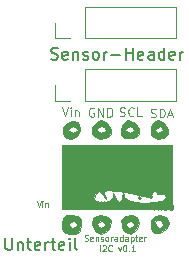
<source format=gbr>
G04 #@! TF.GenerationSoftware,KiCad,Pcbnew,(5.1.8)-1*
G04 #@! TF.CreationDate,2021-02-09T21:39:22+01:00*
G04 #@! TF.ProjectId,sensor_u,73656e73-6f72-45f7-952e-6b696361645f,rev?*
G04 #@! TF.SameCoordinates,Original*
G04 #@! TF.FileFunction,Legend,Top*
G04 #@! TF.FilePolarity,Positive*
%FSLAX46Y46*%
G04 Gerber Fmt 4.6, Leading zero omitted, Abs format (unit mm)*
G04 Created by KiCad (PCBNEW (5.1.8)-1) date 2021-02-09 21:39:22*
%MOMM*%
%LPD*%
G01*
G04 APERTURE LIST*
%ADD10C,0.100000*%
%ADD11C,0.125000*%
%ADD12C,0.150000*%
%ADD13C,0.010000*%
%ADD14C,0.120000*%
G04 APERTURE END LIST*
D10*
X73054085Y-76554371D02*
X73161228Y-76590085D01*
X73339800Y-76590085D01*
X73411228Y-76554371D01*
X73446942Y-76518657D01*
X73482657Y-76447228D01*
X73482657Y-76375800D01*
X73446942Y-76304371D01*
X73411228Y-76268657D01*
X73339800Y-76232942D01*
X73196942Y-76197228D01*
X73125514Y-76161514D01*
X73089800Y-76125800D01*
X73054085Y-76054371D01*
X73054085Y-75982942D01*
X73089800Y-75911514D01*
X73125514Y-75875800D01*
X73196942Y-75840085D01*
X73375514Y-75840085D01*
X73482657Y-75875800D01*
X73804085Y-76590085D02*
X73804085Y-75840085D01*
X73982657Y-75840085D01*
X74089800Y-75875800D01*
X74161228Y-75947228D01*
X74196942Y-76018657D01*
X74232657Y-76161514D01*
X74232657Y-76268657D01*
X74196942Y-76411514D01*
X74161228Y-76482942D01*
X74089800Y-76554371D01*
X73982657Y-76590085D01*
X73804085Y-76590085D01*
X74518371Y-76375800D02*
X74875514Y-76375800D01*
X74446942Y-76590085D02*
X74696942Y-75840085D01*
X74946942Y-76590085D01*
X70430342Y-76452771D02*
X70537485Y-76488485D01*
X70716057Y-76488485D01*
X70787485Y-76452771D01*
X70823200Y-76417057D01*
X70858914Y-76345628D01*
X70858914Y-76274200D01*
X70823200Y-76202771D01*
X70787485Y-76167057D01*
X70716057Y-76131342D01*
X70573200Y-76095628D01*
X70501771Y-76059914D01*
X70466057Y-76024200D01*
X70430342Y-75952771D01*
X70430342Y-75881342D01*
X70466057Y-75809914D01*
X70501771Y-75774200D01*
X70573200Y-75738485D01*
X70751771Y-75738485D01*
X70858914Y-75774200D01*
X71608914Y-76417057D02*
X71573200Y-76452771D01*
X71466057Y-76488485D01*
X71394628Y-76488485D01*
X71287485Y-76452771D01*
X71216057Y-76381342D01*
X71180342Y-76309914D01*
X71144628Y-76167057D01*
X71144628Y-76059914D01*
X71180342Y-75917057D01*
X71216057Y-75845628D01*
X71287485Y-75774200D01*
X71394628Y-75738485D01*
X71466057Y-75738485D01*
X71573200Y-75774200D01*
X71608914Y-75809914D01*
X72287485Y-76488485D02*
X71930342Y-76488485D01*
X71930342Y-75738485D01*
X68237171Y-75825000D02*
X68165742Y-75789285D01*
X68058600Y-75789285D01*
X67951457Y-75825000D01*
X67880028Y-75896428D01*
X67844314Y-75967857D01*
X67808600Y-76110714D01*
X67808600Y-76217857D01*
X67844314Y-76360714D01*
X67880028Y-76432142D01*
X67951457Y-76503571D01*
X68058600Y-76539285D01*
X68130028Y-76539285D01*
X68237171Y-76503571D01*
X68272885Y-76467857D01*
X68272885Y-76217857D01*
X68130028Y-76217857D01*
X68594314Y-76539285D02*
X68594314Y-75789285D01*
X69022885Y-76539285D01*
X69022885Y-75789285D01*
X69380028Y-76539285D02*
X69380028Y-75789285D01*
X69558600Y-75789285D01*
X69665742Y-75825000D01*
X69737171Y-75896428D01*
X69772885Y-75967857D01*
X69808600Y-76110714D01*
X69808600Y-76217857D01*
X69772885Y-76360714D01*
X69737171Y-76432142D01*
X69665742Y-76503571D01*
X69558600Y-76539285D01*
X69380028Y-76539285D01*
X65526142Y-75738485D02*
X65776142Y-76488485D01*
X66026142Y-75738485D01*
X66276142Y-76488485D02*
X66276142Y-75988485D01*
X66276142Y-75738485D02*
X66240428Y-75774200D01*
X66276142Y-75809914D01*
X66311857Y-75774200D01*
X66276142Y-75738485D01*
X66276142Y-75809914D01*
X66633285Y-75988485D02*
X66633285Y-76488485D01*
X66633285Y-76059914D02*
X66669000Y-76024200D01*
X66740428Y-75988485D01*
X66847571Y-75988485D01*
X66919000Y-76024200D01*
X66954714Y-76095628D01*
X66954714Y-76488485D01*
X68580047Y-83697000D02*
X68532428Y-83673190D01*
X68461000Y-83673190D01*
X68389571Y-83697000D01*
X68341952Y-83744619D01*
X68318142Y-83792238D01*
X68294333Y-83887476D01*
X68294333Y-83958904D01*
X68318142Y-84054142D01*
X68341952Y-84101761D01*
X68389571Y-84149380D01*
X68461000Y-84173190D01*
X68508619Y-84173190D01*
X68580047Y-84149380D01*
X68603857Y-84125571D01*
X68603857Y-83958904D01*
X68508619Y-83958904D01*
X68818142Y-84173190D02*
X68818142Y-83673190D01*
X69103857Y-84173190D01*
X69103857Y-83673190D01*
X69341952Y-84173190D02*
X69341952Y-83673190D01*
X69461000Y-83673190D01*
X69532428Y-83697000D01*
X69580047Y-83744619D01*
X69603857Y-83792238D01*
X69627666Y-83887476D01*
X69627666Y-83958904D01*
X69603857Y-84054142D01*
X69580047Y-84101761D01*
X69532428Y-84149380D01*
X69461000Y-84173190D01*
X69341952Y-84173190D01*
X65508285Y-84173190D02*
X65508285Y-83673190D01*
X65674952Y-84030333D01*
X65841619Y-83673190D01*
X65841619Y-84173190D01*
X66174952Y-83673190D02*
X66270190Y-83673190D01*
X66317809Y-83697000D01*
X66365428Y-83744619D01*
X66389238Y-83839857D01*
X66389238Y-84006523D01*
X66365428Y-84101761D01*
X66317809Y-84149380D01*
X66270190Y-84173190D01*
X66174952Y-84173190D01*
X66127333Y-84149380D01*
X66079714Y-84101761D01*
X66055904Y-84006523D01*
X66055904Y-83839857D01*
X66079714Y-83744619D01*
X66127333Y-83697000D01*
X66174952Y-83673190D01*
X66579714Y-84149380D02*
X66651142Y-84173190D01*
X66770190Y-84173190D01*
X66817809Y-84149380D01*
X66841619Y-84125571D01*
X66865428Y-84077952D01*
X66865428Y-84030333D01*
X66841619Y-83982714D01*
X66817809Y-83958904D01*
X66770190Y-83935095D01*
X66674952Y-83911285D01*
X66627333Y-83887476D01*
X66603523Y-83863666D01*
X66579714Y-83816047D01*
X66579714Y-83768428D01*
X66603523Y-83720809D01*
X66627333Y-83697000D01*
X66674952Y-83673190D01*
X66794000Y-83673190D01*
X66865428Y-83697000D01*
X67079714Y-84173190D02*
X67079714Y-83673190D01*
X63394495Y-83673190D02*
X63561161Y-84173190D01*
X63727828Y-83673190D01*
X63894495Y-84173190D02*
X63894495Y-83839857D01*
X63894495Y-83673190D02*
X63870685Y-83697000D01*
X63894495Y-83720809D01*
X63918304Y-83697000D01*
X63894495Y-83673190D01*
X63894495Y-83720809D01*
X64132590Y-83839857D02*
X64132590Y-84173190D01*
X64132590Y-83887476D02*
X64156400Y-83863666D01*
X64204019Y-83839857D01*
X64275447Y-83839857D01*
X64323066Y-83863666D01*
X64346876Y-83911285D01*
X64346876Y-84173190D01*
X73356885Y-84427190D02*
X73356885Y-83927190D01*
X73523552Y-84284333D01*
X73690219Y-83927190D01*
X73690219Y-84427190D01*
X73928314Y-84427190D02*
X73928314Y-83927190D01*
X74142600Y-84403380D02*
X74214028Y-84427190D01*
X74333076Y-84427190D01*
X74380695Y-84403380D01*
X74404504Y-84379571D01*
X74428314Y-84331952D01*
X74428314Y-84284333D01*
X74404504Y-84236714D01*
X74380695Y-84212904D01*
X74333076Y-84189095D01*
X74237838Y-84165285D01*
X74190219Y-84141476D01*
X74166409Y-84117666D01*
X74142600Y-84070047D01*
X74142600Y-84022428D01*
X74166409Y-83974809D01*
X74190219Y-83951000D01*
X74237838Y-83927190D01*
X74356885Y-83927190D01*
X74428314Y-83951000D01*
X74737838Y-83927190D02*
X74833076Y-83927190D01*
X74880695Y-83951000D01*
X74928314Y-83998619D01*
X74952123Y-84093857D01*
X74952123Y-84260523D01*
X74928314Y-84355761D01*
X74880695Y-84403380D01*
X74833076Y-84427190D01*
X74737838Y-84427190D01*
X74690219Y-84403380D01*
X74642600Y-84355761D01*
X74618790Y-84260523D01*
X74618790Y-84093857D01*
X74642600Y-83998619D01*
X74690219Y-83951000D01*
X74737838Y-83927190D01*
D11*
X67457190Y-87013880D02*
X67528619Y-87037690D01*
X67647666Y-87037690D01*
X67695285Y-87013880D01*
X67719095Y-86990071D01*
X67742904Y-86942452D01*
X67742904Y-86894833D01*
X67719095Y-86847214D01*
X67695285Y-86823404D01*
X67647666Y-86799595D01*
X67552428Y-86775785D01*
X67504809Y-86751976D01*
X67481000Y-86728166D01*
X67457190Y-86680547D01*
X67457190Y-86632928D01*
X67481000Y-86585309D01*
X67504809Y-86561500D01*
X67552428Y-86537690D01*
X67671476Y-86537690D01*
X67742904Y-86561500D01*
X68147666Y-87013880D02*
X68100047Y-87037690D01*
X68004809Y-87037690D01*
X67957190Y-87013880D01*
X67933380Y-86966261D01*
X67933380Y-86775785D01*
X67957190Y-86728166D01*
X68004809Y-86704357D01*
X68100047Y-86704357D01*
X68147666Y-86728166D01*
X68171476Y-86775785D01*
X68171476Y-86823404D01*
X67933380Y-86871023D01*
X68385761Y-86704357D02*
X68385761Y-87037690D01*
X68385761Y-86751976D02*
X68409571Y-86728166D01*
X68457190Y-86704357D01*
X68528619Y-86704357D01*
X68576238Y-86728166D01*
X68600047Y-86775785D01*
X68600047Y-87037690D01*
X68814333Y-87013880D02*
X68861952Y-87037690D01*
X68957190Y-87037690D01*
X69004809Y-87013880D01*
X69028619Y-86966261D01*
X69028619Y-86942452D01*
X69004809Y-86894833D01*
X68957190Y-86871023D01*
X68885761Y-86871023D01*
X68838142Y-86847214D01*
X68814333Y-86799595D01*
X68814333Y-86775785D01*
X68838142Y-86728166D01*
X68885761Y-86704357D01*
X68957190Y-86704357D01*
X69004809Y-86728166D01*
X69314333Y-87037690D02*
X69266714Y-87013880D01*
X69242904Y-86990071D01*
X69219095Y-86942452D01*
X69219095Y-86799595D01*
X69242904Y-86751976D01*
X69266714Y-86728166D01*
X69314333Y-86704357D01*
X69385761Y-86704357D01*
X69433380Y-86728166D01*
X69457190Y-86751976D01*
X69481000Y-86799595D01*
X69481000Y-86942452D01*
X69457190Y-86990071D01*
X69433380Y-87013880D01*
X69385761Y-87037690D01*
X69314333Y-87037690D01*
X69695285Y-87037690D02*
X69695285Y-86704357D01*
X69695285Y-86799595D02*
X69719095Y-86751976D01*
X69742904Y-86728166D01*
X69790523Y-86704357D01*
X69838142Y-86704357D01*
X70219095Y-87037690D02*
X70219095Y-86775785D01*
X70195285Y-86728166D01*
X70147666Y-86704357D01*
X70052428Y-86704357D01*
X70004809Y-86728166D01*
X70219095Y-87013880D02*
X70171476Y-87037690D01*
X70052428Y-87037690D01*
X70004809Y-87013880D01*
X69981000Y-86966261D01*
X69981000Y-86918642D01*
X70004809Y-86871023D01*
X70052428Y-86847214D01*
X70171476Y-86847214D01*
X70219095Y-86823404D01*
X70671476Y-87037690D02*
X70671476Y-86537690D01*
X70671476Y-87013880D02*
X70623857Y-87037690D01*
X70528619Y-87037690D01*
X70481000Y-87013880D01*
X70457190Y-86990071D01*
X70433380Y-86942452D01*
X70433380Y-86799595D01*
X70457190Y-86751976D01*
X70481000Y-86728166D01*
X70528619Y-86704357D01*
X70623857Y-86704357D01*
X70671476Y-86728166D01*
X71123857Y-87037690D02*
X71123857Y-86775785D01*
X71100047Y-86728166D01*
X71052428Y-86704357D01*
X70957190Y-86704357D01*
X70909571Y-86728166D01*
X71123857Y-87013880D02*
X71076238Y-87037690D01*
X70957190Y-87037690D01*
X70909571Y-87013880D01*
X70885761Y-86966261D01*
X70885761Y-86918642D01*
X70909571Y-86871023D01*
X70957190Y-86847214D01*
X71076238Y-86847214D01*
X71123857Y-86823404D01*
X71361952Y-86704357D02*
X71361952Y-87204357D01*
X71361952Y-86728166D02*
X71409571Y-86704357D01*
X71504809Y-86704357D01*
X71552428Y-86728166D01*
X71576238Y-86751976D01*
X71600047Y-86799595D01*
X71600047Y-86942452D01*
X71576238Y-86990071D01*
X71552428Y-87013880D01*
X71504809Y-87037690D01*
X71409571Y-87037690D01*
X71361952Y-87013880D01*
X71742904Y-86704357D02*
X71933380Y-86704357D01*
X71814333Y-86537690D02*
X71814333Y-86966261D01*
X71838142Y-87013880D01*
X71885761Y-87037690D01*
X71933380Y-87037690D01*
X72290523Y-87013880D02*
X72242904Y-87037690D01*
X72147666Y-87037690D01*
X72100047Y-87013880D01*
X72076238Y-86966261D01*
X72076238Y-86775785D01*
X72100047Y-86728166D01*
X72147666Y-86704357D01*
X72242904Y-86704357D01*
X72290523Y-86728166D01*
X72314333Y-86775785D01*
X72314333Y-86823404D01*
X72076238Y-86871023D01*
X72528619Y-87037690D02*
X72528619Y-86704357D01*
X72528619Y-86799595D02*
X72552428Y-86751976D01*
X72576238Y-86728166D01*
X72623857Y-86704357D01*
X72671476Y-86704357D01*
X68766714Y-87912690D02*
X68766714Y-87412690D01*
X68981000Y-87460309D02*
X69004809Y-87436500D01*
X69052428Y-87412690D01*
X69171476Y-87412690D01*
X69219095Y-87436500D01*
X69242904Y-87460309D01*
X69266714Y-87507928D01*
X69266714Y-87555547D01*
X69242904Y-87626976D01*
X68957190Y-87912690D01*
X69266714Y-87912690D01*
X69766714Y-87865071D02*
X69742904Y-87888880D01*
X69671476Y-87912690D01*
X69623857Y-87912690D01*
X69552428Y-87888880D01*
X69504809Y-87841261D01*
X69481000Y-87793642D01*
X69457190Y-87698404D01*
X69457190Y-87626976D01*
X69481000Y-87531738D01*
X69504809Y-87484119D01*
X69552428Y-87436500D01*
X69623857Y-87412690D01*
X69671476Y-87412690D01*
X69742904Y-87436500D01*
X69766714Y-87460309D01*
X70314333Y-87579357D02*
X70433380Y-87912690D01*
X70552428Y-87579357D01*
X70838142Y-87412690D02*
X70885761Y-87412690D01*
X70933380Y-87436500D01*
X70957190Y-87460309D01*
X70981000Y-87507928D01*
X71004809Y-87603166D01*
X71004809Y-87722214D01*
X70981000Y-87817452D01*
X70957190Y-87865071D01*
X70933380Y-87888880D01*
X70885761Y-87912690D01*
X70838142Y-87912690D01*
X70790523Y-87888880D01*
X70766714Y-87865071D01*
X70742904Y-87817452D01*
X70719095Y-87722214D01*
X70719095Y-87603166D01*
X70742904Y-87507928D01*
X70766714Y-87460309D01*
X70790523Y-87436500D01*
X70838142Y-87412690D01*
X71219095Y-87865071D02*
X71242904Y-87888880D01*
X71219095Y-87912690D01*
X71195285Y-87888880D01*
X71219095Y-87865071D01*
X71219095Y-87912690D01*
X71719095Y-87912690D02*
X71433380Y-87912690D01*
X71576238Y-87912690D02*
X71576238Y-87412690D01*
X71528619Y-87484119D01*
X71481000Y-87531738D01*
X71433380Y-87555547D01*
D12*
X60752409Y-86802980D02*
X60752409Y-87612504D01*
X60800028Y-87707742D01*
X60847647Y-87755361D01*
X60942885Y-87802980D01*
X61133361Y-87802980D01*
X61228600Y-87755361D01*
X61276219Y-87707742D01*
X61323838Y-87612504D01*
X61323838Y-86802980D01*
X61800028Y-87136314D02*
X61800028Y-87802980D01*
X61800028Y-87231552D02*
X61847647Y-87183933D01*
X61942885Y-87136314D01*
X62085742Y-87136314D01*
X62180980Y-87183933D01*
X62228600Y-87279171D01*
X62228600Y-87802980D01*
X62561933Y-87136314D02*
X62942885Y-87136314D01*
X62704790Y-86802980D02*
X62704790Y-87660123D01*
X62752409Y-87755361D01*
X62847647Y-87802980D01*
X62942885Y-87802980D01*
X63657171Y-87755361D02*
X63561933Y-87802980D01*
X63371457Y-87802980D01*
X63276219Y-87755361D01*
X63228600Y-87660123D01*
X63228600Y-87279171D01*
X63276219Y-87183933D01*
X63371457Y-87136314D01*
X63561933Y-87136314D01*
X63657171Y-87183933D01*
X63704790Y-87279171D01*
X63704790Y-87374409D01*
X63228600Y-87469647D01*
X64133361Y-87802980D02*
X64133361Y-87136314D01*
X64133361Y-87326790D02*
X64180980Y-87231552D01*
X64228600Y-87183933D01*
X64323838Y-87136314D01*
X64419076Y-87136314D01*
X64609552Y-87136314D02*
X64990504Y-87136314D01*
X64752409Y-86802980D02*
X64752409Y-87660123D01*
X64800028Y-87755361D01*
X64895266Y-87802980D01*
X64990504Y-87802980D01*
X65704790Y-87755361D02*
X65609552Y-87802980D01*
X65419076Y-87802980D01*
X65323838Y-87755361D01*
X65276219Y-87660123D01*
X65276219Y-87279171D01*
X65323838Y-87183933D01*
X65419076Y-87136314D01*
X65609552Y-87136314D01*
X65704790Y-87183933D01*
X65752409Y-87279171D01*
X65752409Y-87374409D01*
X65276219Y-87469647D01*
X66180980Y-87802980D02*
X66180980Y-87136314D01*
X66180980Y-86802980D02*
X66133361Y-86850600D01*
X66180980Y-86898219D01*
X66228600Y-86850600D01*
X66180980Y-86802980D01*
X66180980Y-86898219D01*
X66800028Y-87802980D02*
X66704790Y-87755361D01*
X66657171Y-87660123D01*
X66657171Y-86802980D01*
D13*
G36*
X72217547Y-83373495D02*
G01*
X72083863Y-83507179D01*
X71950178Y-83373495D01*
X72083863Y-83239810D01*
X72217547Y-83373495D01*
G37*
X72217547Y-83373495D02*
X72083863Y-83507179D01*
X71950178Y-83373495D01*
X72083863Y-83239810D01*
X72217547Y-83373495D01*
G36*
X74168416Y-77039621D02*
G01*
X74513335Y-77532800D01*
X74528482Y-78022721D01*
X74166767Y-78354700D01*
X73628860Y-78398196D01*
X73187636Y-78152550D01*
X73116340Y-78026126D01*
X73083979Y-77625074D01*
X73420705Y-77625074D01*
X73481317Y-77853968D01*
X73672294Y-77892442D01*
X74038111Y-77752849D01*
X74089126Y-77625074D01*
X73897228Y-77365358D01*
X73837537Y-77357705D01*
X73475430Y-77552055D01*
X73420705Y-77625074D01*
X73083979Y-77625074D01*
X73067438Y-77420083D01*
X73319500Y-76952345D01*
X73646944Y-76822968D01*
X74168416Y-77039621D01*
G37*
X74168416Y-77039621D02*
X74513335Y-77532800D01*
X74528482Y-78022721D01*
X74166767Y-78354700D01*
X73628860Y-78398196D01*
X73187636Y-78152550D01*
X73116340Y-78026126D01*
X73083979Y-77625074D01*
X73420705Y-77625074D01*
X73481317Y-77853968D01*
X73672294Y-77892442D01*
X74038111Y-77752849D01*
X74089126Y-77625074D01*
X73897228Y-77365358D01*
X73837537Y-77357705D01*
X73475430Y-77552055D01*
X73420705Y-77625074D01*
X73083979Y-77625074D01*
X73067438Y-77420083D01*
X73319500Y-76952345D01*
X73646944Y-76822968D01*
X74168416Y-77039621D01*
G36*
X71575815Y-76970979D02*
G01*
X71600308Y-76985792D01*
X72036671Y-77461879D01*
X72039982Y-77962885D01*
X71637373Y-78315591D01*
X71382755Y-78374800D01*
X70766550Y-78301154D01*
X70532172Y-78066578D01*
X70555376Y-77625074D01*
X70880705Y-77625074D01*
X71097262Y-77862277D01*
X71281757Y-77892442D01*
X71637563Y-77748071D01*
X71682810Y-77625074D01*
X71466253Y-77387870D01*
X71281757Y-77357705D01*
X70925952Y-77502076D01*
X70880705Y-77625074D01*
X70555376Y-77625074D01*
X70558769Y-77560517D01*
X70749725Y-77183167D01*
X71132007Y-76850562D01*
X71575815Y-76970979D01*
G37*
X71575815Y-76970979D02*
X71600308Y-76985792D01*
X72036671Y-77461879D01*
X72039982Y-77962885D01*
X71637373Y-78315591D01*
X71382755Y-78374800D01*
X70766550Y-78301154D01*
X70532172Y-78066578D01*
X70555376Y-77625074D01*
X70880705Y-77625074D01*
X71097262Y-77862277D01*
X71281757Y-77892442D01*
X71637563Y-77748071D01*
X71682810Y-77625074D01*
X71466253Y-77387870D01*
X71281757Y-77357705D01*
X70925952Y-77502076D01*
X70880705Y-77625074D01*
X70555376Y-77625074D01*
X70558769Y-77560517D01*
X70749725Y-77183167D01*
X71132007Y-76850562D01*
X71575815Y-76970979D01*
G36*
X69379663Y-77048201D02*
G01*
X69673718Y-77559293D01*
X69653554Y-77992238D01*
X69282736Y-78339617D01*
X68720108Y-78404798D01*
X68228073Y-78187780D01*
X68097329Y-77992238D01*
X68110562Y-77625074D01*
X68474389Y-77625074D01*
X68690946Y-77862277D01*
X68875442Y-77892442D01*
X69231247Y-77748071D01*
X69276494Y-77625074D01*
X69059937Y-77387870D01*
X68875442Y-77357705D01*
X68519636Y-77502076D01*
X68474389Y-77625074D01*
X68110562Y-77625074D01*
X68117619Y-77429287D01*
X68474581Y-76962095D01*
X68875442Y-76822968D01*
X69379663Y-77048201D01*
G37*
X69379663Y-77048201D02*
X69673718Y-77559293D01*
X69653554Y-77992238D01*
X69282736Y-78339617D01*
X68720108Y-78404798D01*
X68228073Y-78187780D01*
X68097329Y-77992238D01*
X68110562Y-77625074D01*
X68474389Y-77625074D01*
X68690946Y-77862277D01*
X68875442Y-77892442D01*
X69231247Y-77748071D01*
X69276494Y-77625074D01*
X69059937Y-77387870D01*
X68875442Y-77357705D01*
X68519636Y-77502076D01*
X68474389Y-77625074D01*
X68110562Y-77625074D01*
X68117619Y-77429287D01*
X68474581Y-76962095D01*
X68875442Y-76822968D01*
X69379663Y-77048201D01*
G36*
X66881629Y-77018677D02*
G01*
X67098674Y-77495205D01*
X67089457Y-77690720D01*
X66826311Y-78173192D01*
X66347334Y-78396402D01*
X65864323Y-78311985D01*
X65629264Y-78024146D01*
X65655418Y-77625074D01*
X66068073Y-77625074D01*
X66284630Y-77862277D01*
X66469126Y-77892442D01*
X66824931Y-77748071D01*
X66870178Y-77625074D01*
X66653621Y-77387870D01*
X66469126Y-77357705D01*
X66113320Y-77502076D01*
X66068073Y-77625074D01*
X65655418Y-77625074D01*
X65664035Y-77493598D01*
X65877096Y-77166728D01*
X66415936Y-76883900D01*
X66881629Y-77018677D01*
G37*
X66881629Y-77018677D02*
X67098674Y-77495205D01*
X67089457Y-77690720D01*
X66826311Y-78173192D01*
X66347334Y-78396402D01*
X65864323Y-78311985D01*
X65629264Y-78024146D01*
X65655418Y-77625074D01*
X66068073Y-77625074D01*
X66284630Y-77862277D01*
X66469126Y-77892442D01*
X66824931Y-77748071D01*
X66870178Y-77625074D01*
X66653621Y-77387870D01*
X66469126Y-77357705D01*
X66113320Y-77502076D01*
X66068073Y-77625074D01*
X65655418Y-77625074D01*
X65664035Y-77493598D01*
X65877096Y-77166728D01*
X66415936Y-76883900D01*
X66881629Y-77018677D01*
G36*
X74891231Y-84309284D02*
G01*
X65533336Y-84309284D01*
X65533336Y-83492310D01*
X68233460Y-83492310D01*
X68437623Y-83722436D01*
X69009126Y-83774547D01*
X69629407Y-83667884D01*
X69841686Y-83314469D01*
X69842246Y-83306653D01*
X69879592Y-82977136D01*
X69958514Y-83167001D01*
X69995535Y-83306653D01*
X70215774Y-83703151D01*
X70365572Y-83774547D01*
X70590831Y-83552540D01*
X70644351Y-83306653D01*
X70681697Y-82977136D01*
X70760619Y-83167001D01*
X70797640Y-83306653D01*
X71102483Y-83578269D01*
X71740229Y-83750800D01*
X72547028Y-83822487D01*
X73359031Y-83791569D01*
X74012385Y-83656285D01*
X74343241Y-83414875D01*
X74356494Y-83344889D01*
X74192099Y-83041306D01*
X73955442Y-83069130D01*
X73611545Y-83067265D01*
X73554389Y-82948271D01*
X73389510Y-82797677D01*
X73282659Y-82841453D01*
X73119008Y-83147110D01*
X73150249Y-83234814D01*
X73061908Y-83381326D01*
X72820399Y-83370480D01*
X72423573Y-83269011D01*
X72351231Y-83226145D01*
X72096538Y-83128366D01*
X71377522Y-82988699D01*
X70261784Y-82820076D01*
X70142966Y-82803750D01*
X69440464Y-82731506D01*
X69143791Y-82800274D01*
X69133382Y-83051544D01*
X69160522Y-83144649D01*
X69256783Y-83487358D01*
X69151673Y-83378586D01*
X68998076Y-83140890D01*
X68712713Y-82816279D01*
X68483453Y-82952681D01*
X68447246Y-83007206D01*
X68233460Y-83492310D01*
X65533336Y-83492310D01*
X65533336Y-78961916D01*
X74891231Y-78961916D01*
X74891231Y-84309284D01*
G37*
X74891231Y-84309284D02*
X65533336Y-84309284D01*
X65533336Y-83492310D01*
X68233460Y-83492310D01*
X68437623Y-83722436D01*
X69009126Y-83774547D01*
X69629407Y-83667884D01*
X69841686Y-83314469D01*
X69842246Y-83306653D01*
X69879592Y-82977136D01*
X69958514Y-83167001D01*
X69995535Y-83306653D01*
X70215774Y-83703151D01*
X70365572Y-83774547D01*
X70590831Y-83552540D01*
X70644351Y-83306653D01*
X70681697Y-82977136D01*
X70760619Y-83167001D01*
X70797640Y-83306653D01*
X71102483Y-83578269D01*
X71740229Y-83750800D01*
X72547028Y-83822487D01*
X73359031Y-83791569D01*
X74012385Y-83656285D01*
X74343241Y-83414875D01*
X74356494Y-83344889D01*
X74192099Y-83041306D01*
X73955442Y-83069130D01*
X73611545Y-83067265D01*
X73554389Y-82948271D01*
X73389510Y-82797677D01*
X73282659Y-82841453D01*
X73119008Y-83147110D01*
X73150249Y-83234814D01*
X73061908Y-83381326D01*
X72820399Y-83370480D01*
X72423573Y-83269011D01*
X72351231Y-83226145D01*
X72096538Y-83128366D01*
X71377522Y-82988699D01*
X70261784Y-82820076D01*
X70142966Y-82803750D01*
X69440464Y-82731506D01*
X69143791Y-82800274D01*
X69133382Y-83051544D01*
X69160522Y-83144649D01*
X69256783Y-83487358D01*
X69151673Y-83378586D01*
X68998076Y-83140890D01*
X68712713Y-82816279D01*
X68483453Y-82952681D01*
X68447246Y-83007206D01*
X68233460Y-83492310D01*
X65533336Y-83492310D01*
X65533336Y-78961916D01*
X74891231Y-78961916D01*
X74891231Y-84309284D01*
G36*
X74367704Y-85044480D02*
G01*
X74564454Y-85519573D01*
X74353668Y-86050584D01*
X73838898Y-86406567D01*
X73350611Y-86347938D01*
X73116340Y-86047179D01*
X73084555Y-85559258D01*
X73400353Y-85559258D01*
X73614329Y-85849669D01*
X73837537Y-85913495D01*
X74084298Y-85734105D01*
X74089126Y-85690688D01*
X73914712Y-85303214D01*
X73552660Y-85249407D01*
X73512735Y-85270817D01*
X73400353Y-85559258D01*
X73084555Y-85559258D01*
X73073731Y-85393107D01*
X73419392Y-84945489D01*
X73821757Y-84844021D01*
X74367704Y-85044480D01*
G37*
X74367704Y-85044480D02*
X74564454Y-85519573D01*
X74353668Y-86050584D01*
X73838898Y-86406567D01*
X73350611Y-86347938D01*
X73116340Y-86047179D01*
X73084555Y-85559258D01*
X73400353Y-85559258D01*
X73614329Y-85849669D01*
X73837537Y-85913495D01*
X74084298Y-85734105D01*
X74089126Y-85690688D01*
X73914712Y-85303214D01*
X73552660Y-85249407D01*
X73512735Y-85270817D01*
X73400353Y-85559258D01*
X73084555Y-85559258D01*
X73073731Y-85393107D01*
X73419392Y-84945489D01*
X73821757Y-84844021D01*
X74367704Y-85044480D01*
G36*
X71909089Y-85056444D02*
G01*
X72101685Y-85541785D01*
X71929349Y-86072147D01*
X71922054Y-86081067D01*
X71387209Y-86424202D01*
X70867963Y-86259062D01*
X70635257Y-85954454D01*
X70591081Y-85626074D01*
X70931950Y-85626074D01*
X71061014Y-85869871D01*
X71281757Y-85913495D01*
X71614516Y-85777832D01*
X71631564Y-85626074D01*
X71355538Y-85349839D01*
X71281757Y-85338653D01*
X70968259Y-85546804D01*
X70931950Y-85626074D01*
X70591081Y-85626074D01*
X70557601Y-85377210D01*
X70913394Y-84963656D01*
X71440310Y-84844021D01*
X71909089Y-85056444D01*
G37*
X71909089Y-85056444D02*
X72101685Y-85541785D01*
X71929349Y-86072147D01*
X71922054Y-86081067D01*
X71387209Y-86424202D01*
X70867963Y-86259062D01*
X70635257Y-85954454D01*
X70591081Y-85626074D01*
X70931950Y-85626074D01*
X71061014Y-85869871D01*
X71281757Y-85913495D01*
X71614516Y-85777832D01*
X71631564Y-85626074D01*
X71355538Y-85349839D01*
X71281757Y-85338653D01*
X70968259Y-85546804D01*
X70931950Y-85626074D01*
X70591081Y-85626074D01*
X70557601Y-85377210D01*
X70913394Y-84963656D01*
X71440310Y-84844021D01*
X71909089Y-85056444D01*
G36*
X69423882Y-85013559D02*
G01*
X69653554Y-85278962D01*
X69633264Y-85841913D01*
X69276302Y-86309105D01*
X68875442Y-86448232D01*
X68428355Y-86261396D01*
X68235145Y-86081067D01*
X68078777Y-85626074D01*
X68525635Y-85626074D01*
X68654699Y-85869871D01*
X68875442Y-85913495D01*
X69208201Y-85777832D01*
X69225249Y-85626074D01*
X68949222Y-85349839D01*
X68875442Y-85338653D01*
X68561943Y-85546804D01*
X68525635Y-85626074D01*
X68078777Y-85626074D01*
X68046713Y-85532779D01*
X68282745Y-85057680D01*
X68845588Y-84844437D01*
X68875442Y-84844021D01*
X69423882Y-85013559D01*
G37*
X69423882Y-85013559D02*
X69653554Y-85278962D01*
X69633264Y-85841913D01*
X69276302Y-86309105D01*
X68875442Y-86448232D01*
X68428355Y-86261396D01*
X68235145Y-86081067D01*
X68078777Y-85626074D01*
X68525635Y-85626074D01*
X68654699Y-85869871D01*
X68875442Y-85913495D01*
X69208201Y-85777832D01*
X69225249Y-85626074D01*
X68949222Y-85349839D01*
X68875442Y-85338653D01*
X68561943Y-85546804D01*
X68525635Y-85626074D01*
X68078777Y-85626074D01*
X68046713Y-85532779D01*
X68282745Y-85057680D01*
X68845588Y-84844437D01*
X68875442Y-84844021D01*
X69423882Y-85013559D01*
G36*
X66903572Y-84910271D02*
G01*
X67112974Y-85222778D01*
X67137547Y-85646126D01*
X67071296Y-86214257D01*
X66758789Y-86423659D01*
X66335442Y-86448232D01*
X65767311Y-86381981D01*
X65557909Y-86069474D01*
X65533336Y-85646126D01*
X65535674Y-85626074D01*
X66119319Y-85626074D01*
X66248383Y-85869871D01*
X66469126Y-85913495D01*
X66801885Y-85777832D01*
X66818933Y-85626074D01*
X66542907Y-85349839D01*
X66469126Y-85338653D01*
X66155627Y-85546804D01*
X66119319Y-85626074D01*
X65535674Y-85626074D01*
X65599587Y-85077995D01*
X65912094Y-84868594D01*
X66335442Y-84844021D01*
X66903572Y-84910271D01*
G37*
X66903572Y-84910271D02*
X67112974Y-85222778D01*
X67137547Y-85646126D01*
X67071296Y-86214257D01*
X66758789Y-86423659D01*
X66335442Y-86448232D01*
X65767311Y-86381981D01*
X65557909Y-86069474D01*
X65533336Y-85646126D01*
X65535674Y-85626074D01*
X66119319Y-85626074D01*
X66248383Y-85869871D01*
X66469126Y-85913495D01*
X66801885Y-85777832D01*
X66818933Y-85626074D01*
X66542907Y-85349839D01*
X66469126Y-85338653D01*
X66155627Y-85546804D01*
X66119319Y-85626074D01*
X65535674Y-85626074D01*
X65599587Y-85077995D01*
X65912094Y-84868594D01*
X66335442Y-84844021D01*
X66903572Y-84910271D01*
D14*
X64913200Y-75167800D02*
X64913200Y-73837800D01*
X66243200Y-75167800D02*
X64913200Y-75167800D01*
X67513200Y-75167800D02*
X67513200Y-72507800D01*
X67513200Y-72507800D02*
X75193200Y-72507800D01*
X67513200Y-75167800D02*
X75193200Y-75167800D01*
X75193200Y-75167800D02*
X75193200Y-72507800D01*
X75193200Y-69910000D02*
X75193200Y-67250000D01*
X67513200Y-69910000D02*
X75193200Y-69910000D01*
X67513200Y-67250000D02*
X75193200Y-67250000D01*
X67513200Y-69910000D02*
X67513200Y-67250000D01*
X66243200Y-69910000D02*
X64913200Y-69910000D01*
X64913200Y-69910000D02*
X64913200Y-68580000D01*
D12*
X64632580Y-71651761D02*
X64775438Y-71699380D01*
X65013533Y-71699380D01*
X65108771Y-71651761D01*
X65156390Y-71604142D01*
X65204009Y-71508904D01*
X65204009Y-71413666D01*
X65156390Y-71318428D01*
X65108771Y-71270809D01*
X65013533Y-71223190D01*
X64823057Y-71175571D01*
X64727819Y-71127952D01*
X64680200Y-71080333D01*
X64632580Y-70985095D01*
X64632580Y-70889857D01*
X64680200Y-70794619D01*
X64727819Y-70747000D01*
X64823057Y-70699380D01*
X65061152Y-70699380D01*
X65204009Y-70747000D01*
X66013533Y-71651761D02*
X65918295Y-71699380D01*
X65727819Y-71699380D01*
X65632580Y-71651761D01*
X65584961Y-71556523D01*
X65584961Y-71175571D01*
X65632580Y-71080333D01*
X65727819Y-71032714D01*
X65918295Y-71032714D01*
X66013533Y-71080333D01*
X66061152Y-71175571D01*
X66061152Y-71270809D01*
X65584961Y-71366047D01*
X66489723Y-71032714D02*
X66489723Y-71699380D01*
X66489723Y-71127952D02*
X66537342Y-71080333D01*
X66632580Y-71032714D01*
X66775438Y-71032714D01*
X66870676Y-71080333D01*
X66918295Y-71175571D01*
X66918295Y-71699380D01*
X67346866Y-71651761D02*
X67442104Y-71699380D01*
X67632580Y-71699380D01*
X67727819Y-71651761D01*
X67775438Y-71556523D01*
X67775438Y-71508904D01*
X67727819Y-71413666D01*
X67632580Y-71366047D01*
X67489723Y-71366047D01*
X67394485Y-71318428D01*
X67346866Y-71223190D01*
X67346866Y-71175571D01*
X67394485Y-71080333D01*
X67489723Y-71032714D01*
X67632580Y-71032714D01*
X67727819Y-71080333D01*
X68346866Y-71699380D02*
X68251628Y-71651761D01*
X68204009Y-71604142D01*
X68156390Y-71508904D01*
X68156390Y-71223190D01*
X68204009Y-71127952D01*
X68251628Y-71080333D01*
X68346866Y-71032714D01*
X68489723Y-71032714D01*
X68584961Y-71080333D01*
X68632580Y-71127952D01*
X68680200Y-71223190D01*
X68680200Y-71508904D01*
X68632580Y-71604142D01*
X68584961Y-71651761D01*
X68489723Y-71699380D01*
X68346866Y-71699380D01*
X69108771Y-71699380D02*
X69108771Y-71032714D01*
X69108771Y-71223190D02*
X69156390Y-71127952D01*
X69204009Y-71080333D01*
X69299247Y-71032714D01*
X69394485Y-71032714D01*
X69727819Y-71318428D02*
X70489723Y-71318428D01*
X70965914Y-71699380D02*
X70965914Y-70699380D01*
X70965914Y-71175571D02*
X71537342Y-71175571D01*
X71537342Y-71699380D02*
X71537342Y-70699380D01*
X72394485Y-71651761D02*
X72299247Y-71699380D01*
X72108771Y-71699380D01*
X72013533Y-71651761D01*
X71965914Y-71556523D01*
X71965914Y-71175571D01*
X72013533Y-71080333D01*
X72108771Y-71032714D01*
X72299247Y-71032714D01*
X72394485Y-71080333D01*
X72442104Y-71175571D01*
X72442104Y-71270809D01*
X71965914Y-71366047D01*
X73299247Y-71699380D02*
X73299247Y-71175571D01*
X73251628Y-71080333D01*
X73156390Y-71032714D01*
X72965914Y-71032714D01*
X72870676Y-71080333D01*
X73299247Y-71651761D02*
X73204009Y-71699380D01*
X72965914Y-71699380D01*
X72870676Y-71651761D01*
X72823057Y-71556523D01*
X72823057Y-71461285D01*
X72870676Y-71366047D01*
X72965914Y-71318428D01*
X73204009Y-71318428D01*
X73299247Y-71270809D01*
X74204009Y-71699380D02*
X74204009Y-70699380D01*
X74204009Y-71651761D02*
X74108771Y-71699380D01*
X73918295Y-71699380D01*
X73823057Y-71651761D01*
X73775438Y-71604142D01*
X73727819Y-71508904D01*
X73727819Y-71223190D01*
X73775438Y-71127952D01*
X73823057Y-71080333D01*
X73918295Y-71032714D01*
X74108771Y-71032714D01*
X74204009Y-71080333D01*
X75061152Y-71651761D02*
X74965914Y-71699380D01*
X74775438Y-71699380D01*
X74680200Y-71651761D01*
X74632580Y-71556523D01*
X74632580Y-71175571D01*
X74680200Y-71080333D01*
X74775438Y-71032714D01*
X74965914Y-71032714D01*
X75061152Y-71080333D01*
X75108771Y-71175571D01*
X75108771Y-71270809D01*
X74632580Y-71366047D01*
X75537342Y-71699380D02*
X75537342Y-71032714D01*
X75537342Y-71223190D02*
X75584961Y-71127952D01*
X75632580Y-71080333D01*
X75727819Y-71032714D01*
X75823057Y-71032714D01*
M02*

</source>
